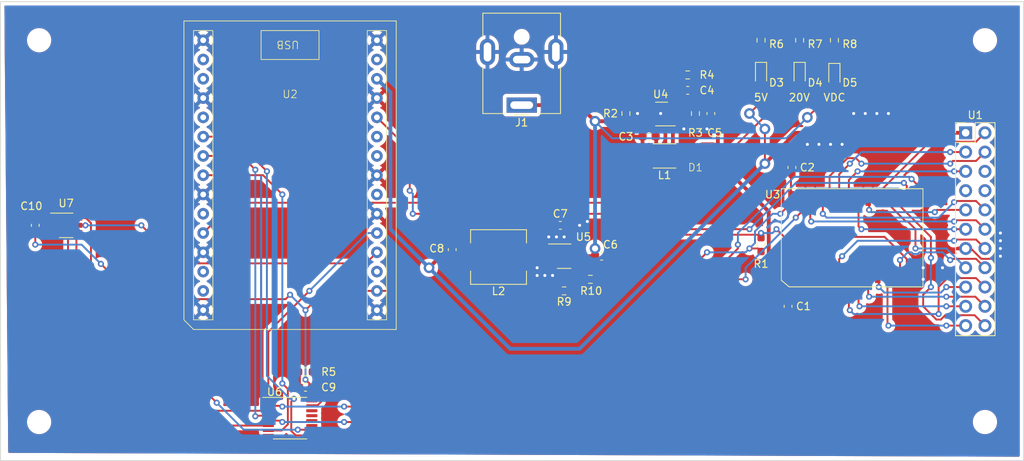
<source format=kicad_pcb>
(kicad_pcb (version 20221018) (generator pcbnew)

  (general
    (thickness 1.6)
  )

  (paper "A4")
  (layers
    (0 "F.Cu" signal)
    (31 "B.Cu" signal)
    (32 "B.Adhes" user "B.Adhesive")
    (33 "F.Adhes" user "F.Adhesive")
    (34 "B.Paste" user)
    (35 "F.Paste" user)
    (36 "B.SilkS" user "B.Silkscreen")
    (37 "F.SilkS" user "F.Silkscreen")
    (38 "B.Mask" user)
    (39 "F.Mask" user)
    (40 "Dwgs.User" user "User.Drawings")
    (41 "Cmts.User" user "User.Comments")
    (42 "Eco1.User" user "User.Eco1")
    (43 "Eco2.User" user "User.Eco2")
    (44 "Edge.Cuts" user)
    (45 "Margin" user)
    (46 "B.CrtYd" user "B.Courtyard")
    (47 "F.CrtYd" user "F.Courtyard")
    (48 "B.Fab" user)
    (49 "F.Fab" user)
    (50 "User.1" user)
    (51 "User.2" user)
    (52 "User.3" user)
    (53 "User.4" user)
    (54 "User.5" user)
    (55 "User.6" user)
    (56 "User.7" user)
    (57 "User.8" user)
    (58 "User.9" user)
  )

  (setup
    (stackup
      (layer "F.SilkS" (type "Top Silk Screen"))
      (layer "F.Paste" (type "Top Solder Paste"))
      (layer "F.Mask" (type "Top Solder Mask") (thickness 0.01))
      (layer "F.Cu" (type "copper") (thickness 0.035))
      (layer "dielectric 1" (type "core") (thickness 1.51) (material "FR4") (epsilon_r 4.5) (loss_tangent 0.02))
      (layer "B.Cu" (type "copper") (thickness 0.035))
      (layer "B.Mask" (type "Bottom Solder Mask") (thickness 0.01))
      (layer "B.Paste" (type "Bottom Solder Paste"))
      (layer "B.SilkS" (type "Bottom Silk Screen"))
      (copper_finish "None")
      (dielectric_constraints no)
    )
    (pad_to_mask_clearance 0)
    (pcbplotparams
      (layerselection 0x00010fc_ffffffff)
      (plot_on_all_layers_selection 0x0000000_00000000)
      (disableapertmacros false)
      (usegerberextensions true)
      (usegerberattributes false)
      (usegerberadvancedattributes false)
      (creategerberjobfile false)
      (dashed_line_dash_ratio 12.000000)
      (dashed_line_gap_ratio 3.000000)
      (svgprecision 4)
      (plotframeref false)
      (viasonmask false)
      (mode 1)
      (useauxorigin false)
      (hpglpennumber 1)
      (hpglpenspeed 20)
      (hpglpendiameter 15.000000)
      (dxfpolygonmode true)
      (dxfimperialunits true)
      (dxfusepcbnewfont true)
      (psnegative false)
      (psa4output false)
      (plotreference true)
      (plotvalue false)
      (plotinvisibletext false)
      (sketchpadsonfab false)
      (subtractmaskfromsilk true)
      (outputformat 1)
      (mirror false)
      (drillshape 0)
      (scaleselection 1)
      (outputdirectory "outputs/")
    )
  )

  (net 0 "")
  (net 1 "+24V")
  (net 2 "GND")
  (net 3 "+3V3")
  (net 4 "VDC")
  (net 5 "Net-(U4-FB)")
  (net 6 "Net-(U5-CB)")
  (net 7 "Net-(U5-SW)")
  (net 8 "+5V")
  (net 9 "Net-(D1-A)")
  (net 10 "/BLANK")
  (net 11 "Net-(U4-EN)")
  (net 12 "Net-(U6-EN)")
  (net 13 "/DOT")
  (net 14 "/D")
  (net 15 "/C")
  (net 16 "/E")
  (net 17 "unconnected-(U1-NC-Pad6)")
  (net 18 "unconnected-(U1-NC-Pad7)")
  (net 19 "unconnected-(U1-NC-Pad8)")
  (net 20 "/G")
  (net 21 "/B")
  (net 22 "/F")
  (net 23 "/A")
  (net 24 "/GRID8")
  (net 25 "/GRID0")
  (net 26 "/GRID2")
  (net 27 "/GRID4")
  (net 28 "/GRID7")
  (net 29 "/GRID6")
  (net 30 "/GRID5")
  (net 31 "/GRID3")
  (net 32 "/GRID1")
  (net 33 "unconnected-(U2-RST-Pad4)")
  (net 34 "unconnected-(U2-GPIO4,ADC1_CH4,FSPIHD,MTMS-Pad6)")
  (net 35 "/SPI_MISO")
  (net 36 "/SPI_SCLK")
  (net 37 "/SPI_MOSI")
  (net 38 "unconnected-(U2-GPIO8,RGB-Pad11)")
  (net 39 "/LATCH")
  (net 40 "unconnected-(U2-GPIO0,ADC1_CH0,XTAL_32K_P-Pad17)")
  (net 41 "unconnected-(U2-GPIO1,ADC1_CH1,XTAL_32K_N-Pad18)")
  (net 42 "/TMP_CS")
  (net 43 "Net-(U2-GPIO3,ADC1_CH3)")
  (net 44 "unconnected-(U2-GPIO20,U0RXD,RX-Pad24)")
  (net 45 "unconnected-(U2-GPIO21,U0TXD,TX-Pad25)")
  (net 46 "unconnected-(U2-GPIO18-Pad27)")
  (net 47 "unconnected-(U2-GPIO19-Pad28)")
  (net 48 "unconnected-(U3-DOUT-Pad2)")
  (net 49 "unconnected-(U3-OUT19-Pad3)")
  (net 50 "unconnected-(U3-OUT18-Pad4)")
  (net 51 "unconnected-(U3-OUT17-Pad5)")
  (net 52 "/SPI_A_SCLK")
  (net 53 "/SPI_A_MOSI")
  (net 54 "Net-(U5-FB)")
  (net 55 "/SPI_B_SCLK")
  (net 56 "/SPI_B_MOSI")
  (net 57 "/SPI_B_MISO")
  (net 58 "unconnected-(U6-S3A-Pad11)")
  (net 59 "unconnected-(U6-D4-Pad12)")
  (net 60 "unconnected-(U6-S4B-Pad13)")
  (net 61 "unconnected-(U6-S4A-Pad14)")
  (net 62 "Net-(D3-K)")
  (net 63 "Net-(D4-K)")
  (net 64 "Net-(D5-K)")

  (footprint "Resistor_SMD:R_0603_1608Metric_Pad0.98x0.95mm_HandSolder" (layer "F.Cu") (at 106.68 49.784 90))

  (footprint "Capacitor_SMD:C_0603_1608Metric_Pad1.08x0.95mm_HandSolder" (layer "F.Cu") (at 88.9 64.516 180))

  (footprint "Capacitor_SMD:C_0603_1608Metric_Pad1.08x0.95mm_HandSolder" (layer "F.Cu") (at 19.812 64.516 -90))

  (footprint "Capacitor_SMD:C_0603_1608Metric_Pad1.08x0.95mm_HandSolder" (layer "F.Cu") (at 105.664 46.736))

  (footprint "Capacitor_SMD:C_0603_1608Metric_Pad1.08x0.95mm_HandSolder" (layer "F.Cu") (at 94.3345 68.58))

  (footprint "Resistor_SMD:R_0603_1608Metric_Pad0.98x0.95mm_HandSolder" (layer "F.Cu") (at 92.8605 71.628))

  (footprint "Capacitor_SMD:C_0603_1608Metric_Pad1.08x0.95mm_HandSolder" (layer "F.Cu") (at 118.872 75.184 -90))

  (footprint "esp-clock:esp32c3_devkit_minim1" (layer "F.Cu") (at 53.34 57.912 90))

  (footprint "MountingHole:MountingHole_2.7mm_M2.5" (layer "F.Cu") (at 20.32 40.132))

  (footprint "Resistor_SMD:R_0603_1608Metric_Pad0.98x0.95mm_HandSolder" (layer "F.Cu") (at 120.396 40.132 -90))

  (footprint "Package_TO_SOT_SMD:SOT-23-6_Handsoldering" (layer "F.Cu") (at 23.876 64.516))

  (footprint "Inductor_SMD:L_Taiyo-Yuden_MD-3030" (layer "F.Cu") (at 102.616 55.372))

  (footprint "Package_TO_SOT_SMD:SOT-23-5" (layer "F.Cu") (at 102.2295 49.85 180))

  (footprint "Capacitor_SMD:C_0603_1608Metric_Pad1.08x0.95mm_HandSolder" (layer "F.Cu") (at 55.372 85.852 180))

  (footprint "Resistor_SMD:R_0603_1608Metric_Pad0.98x0.95mm_HandSolder" (layer "F.Cu") (at 115.316 67.056 -90))

  (footprint "Capacitor_SMD:C_0603_1608Metric_Pad1.08x0.95mm_HandSolder" (layer "F.Cu") (at 119.38 56.896 90))

  (footprint "LED_SMD:LED_0603_1608Metric_Pad1.05x0.95mm_HandSolder" (layer "F.Cu") (at 124.968 44.845 -90))

  (footprint "Capacitor_SMD:C_0603_1608Metric_Pad1.08x0.95mm_HandSolder" (layer "F.Cu") (at 100.584 52.832 180))

  (footprint "Connector_PinHeader_2.54mm:PinHeader_2x11_P2.54mm_Vertical" (layer "F.Cu") (at 142.24 52.324))

  (footprint "Resistor_SMD:R_0603_1608Metric_Pad0.98x0.95mm_HandSolder" (layer "F.Cu") (at 124.968 40.132 -90))

  (footprint "Capacitor_SMD:C_0603_1608Metric_Pad1.08x0.95mm_HandSolder" (layer "F.Cu") (at 74.676 67.7175 90))

  (footprint "Resistor_SMD:R_0603_1608Metric_Pad0.98x0.95mm_HandSolder" (layer "F.Cu") (at 97.536 49.784 90))

  (footprint "LED_SMD:LED_0603_1608Metric_Pad1.05x0.95mm_HandSolder" (layer "F.Cu") (at 120.396 44.704 -90))

  (footprint "LED_SMD:LED_0603_1608Metric_Pad1.05x0.95mm_HandSolder" (layer "F.Cu") (at 115.316 44.704 -90))

  (footprint "esp-clock:WSO-28" (layer "F.Cu") (at 127.508 66.04))

  (footprint "MountingHole:MountingHole_2.7mm_M2.5" (layer "F.Cu") (at 20.32 90.424))

  (footprint "Resistor_SMD:R_0603_1608Metric_Pad0.98x0.95mm_HandSolder" (layer "F.Cu") (at 105.664 44.704 180))

  (footprint "Capacitor_SMD:C_0603_1608Metric_Pad1.08x0.95mm_HandSolder" (layer "F.Cu") (at 108.712 49.784 90))

  (footprint "Resistor_SMD:R_0603_1608Metric_Pad0.98x0.95mm_HandSolder" (layer "F.Cu") (at 89.408 73.152 180))

  (footprint "esp-clock:D_DO216AA" (layer "F.Cu") (at 105.9485 54.864 180))

  (footprint "MountingHole:MountingHole_2.7mm_M2.5" (layer "F.Cu") (at 144.78 90.424))

  (footprint "Connector_BarrelJack:BarrelJack_CUI_PJ-063AH_Horizontal" (layer "F.Cu") (at 83.82 48.68 180))

  (footprint "Package_TO_SOT_SMD:SOT-23-6_Handsoldering" (layer "F.Cu") (at 89.408 68.58))

  (footprint "Inductor_SMD:L_Wuerth_HCM-7050" (layer "F.Cu") (at 80.772 68.69 180))

  (footprint "Package_SO:TSSOP-16_4.4x5mm_P0.65mm" (layer "F.Cu") (at 53.34 89.916))

  (footprint "MountingHole:MountingHole_2.7mm_M2.5" (layer "F.Cu") (at 144.78 40.132))

  (footprint "Resistor_SMD:R_0603_1608Metric_Pad0.98x0.95mm_HandSolder" (layer "F.Cu") (at 115.316 40.132 -90))

  (footprint "Resistor_SMD:R_0603_1608Metric_Pad0.98x0.95mm_HandSolder" (layer "F.Cu") (at 55.372 83.82 180))

  (gr_rect (start 15.24 35.052) (end 149.86 95.504)
    (stroke (width 0.1) (type default)) (fill none) (layer "Edge.Cuts") (tstamp 61fe6ac8-2578-4a6a-a37c-f1c2c899773a))
  (gr_text "5V" (at 114.3 48.26) (layer "F.SilkS") (tstamp 1d916d4b-17a3-4e79-87e6-f8c59b55a126)
    (effects (font (size 1 1) (thickness 0.15)) (justify left bottom))
  )
  (gr_text "VDC" (at 123.444 48.26) (layer "F.SilkS") (tstamp 305fca97-54bf-4e4e-8135-8b30ea50425d)
    (effects (font (size 1 1) (thickness 0.15)) (justify left bottom))
  )
  (gr_text "20V" (at 118.872 48.26) (layer "F.SilkS") (tstamp 5fcec353-3954-49ef-b82d-dc595060757c)
    (effects (font (size 1 1) (thickness 0.15)) (justify left bottom))
  )

  (segment (start 108.712 48.9215) (end 106.73 48.9215) (width 0.5) (layer "F.Cu") (net 1) (tstamp 08cd0294-855e-4dc0-b2b7-3a62eb214276))
  (segment (start 108.712 48.9215) (end 109.637 49.8465) (width 0.5) (layer "F.Cu") (net 1) (tstamp 0aec06c9-7969-4fd6-a78c-ec78750bf606))
  (segment (start 116.332 73.152) (end 117.5015 74.3215) (width 0.5) (layer "F.Cu") (net 1) (tstamp 0ce19c35-1e6c-43d6-8f33-bb400d27cb33))
  (segment (start 118.872 74.3215) (end 118.872 71.501) (width 0.5) (layer "F.Cu") (net 1) (tstamp 16355e81-0d1d-4d06-aea5-e9f4a8dd86d1))
  (segment (start 109.637 49.8465) (end 109.637 53.7155) (width 0.5) (layer "F.Cu") (net 1) (tstamp 2db96dc3-42a5-43d4-b4d3-c3c6a286d532))
  (segment (start 117.5015 74.3215) (end 118.872 74.3215) (width 0.5) (layer "F.Cu") (net 1) (tstamp 4d57dc34-4fb8-4d1a-9745-7af5d02cd95d))
  (segment (start 108.3035 54.864) (end 111.111 54.864) (width 0.25) (layer "F.Cu") (net 1) (tstamp 56688d8a-fd69-4aac-bace-962898ce42e5))
  (segment (start 109.637 53.7155) (end 108.4885 54.864) (width 0.5) (layer "F.Cu") (net 1) (tstamp 791ea23a-6a4c-4aa6-8b3a-415b5d975274))
  (segment (start 106.68 48.8715) (end 106.68 46.8895) (width 0.5) (layer "F.Cu") (net 1) (tstamp 80e6c99e-27bc-47da-bf62-9e6f33e294c1))
  (segment (start 118.872 71.501) (end 119.253 71.12) (width 0.5) (layer "F.Cu") (net 1) (tstamp 9e79c359-a5d8-490f-8334-fdee3a57cc3d))
  (segment (start 111.111 54.864) (end 120.396 45.579) (width 0.25) (layer "F.Cu") (net 1) (tstamp a6a771b4-348b-47cf-b8ec-bf433b445165))
  (segment (start 116.332 62.7075) (end 116.332 73.152) (width 0.5) (layer "F.Cu") (net 1) (tstamp bb7e7a3d-dde5-455c-889e-4a572e5dd010))
  (segment (start 106.68 46.8895) (end 106.5265 46.736) (width 0.5) (layer "F.Cu") (net 1) (tstamp eb9239ff-5992-4932-8cbc-4f607d9a3a78))
  (segment (start 106.73 48.9215) (end 106.68 48.8715) (width 0.5) (layer "F.Cu") (net 1) (tstamp f20a0b7a-889f-44b3-b12d-b3eac0fc5df3))
  (segment (start 108.4885 54.864) (end 116.332 62.7075) (width 0.5) (layer "F.Cu") (net 1) (tstamp fee549a5-1219-4a8b-a762-8509b3c7b485))
  (segment (start 144.293299 68.929) (end 146.463 68.929) (width 0.25) (layer "F.Cu") (net 2) (tstamp 05536768-1281-4c41-9a40-42d2773c902e))
  (segment (start 142.928299 67.564) (end 144.293299 68.929) (width 0.25) (layer "F.Cu") (net 2) (tstamp 0eb55216-3202-4cef-a4f9-c478df5eb8c3))
  (segment (start 139.192 70.104) (end 139.192 68.072) (width 0.25) (layer "F.Cu") (net 2) (tstamp 1c630dee-9da4-4d71-a776-166557b959e4))
  (segment (start 108.204 51.816) (end 108.712 51.308) (width 0.5) (layer "F.Cu") (net 2) (tstamp 2f6ad461-f2ad-4df1-bc0a-bb1078fb9c24))
  (segment (start 49.541 92.191) (end 50.4775 92.191) (width 0.25) (layer "F.Cu") (net 2) (tstamp 3c133065-4121-4a32-af4a-8eaabb7d108d))
  (segment (start 146.463 68.929) (end 146.812 68.58) (width 0.25) (layer "F.Cu") (net 2) (tstamp 632b2975-4fee-463d-b531-00deade117cb))
  (segment (start 142.24 67.564) (end 142.928299 67.564) (width 0.25) (layer "F.Cu") (net 2) (tstamp 715812e3-7afc-4346-bc59-86799f902f77))
  (segment (start 108.712 51.308) (end 108.712 50.6465) (width 0.5) (layer "F.Cu") (net 2) (tstamp a7871518-2d89-4488-84f0-07bf23d01b8b))
  (segment (start 54.5095 85.852) (end 54.5095 83.87) (width 0.5) (layer "F.Cu") (net 2) (tstamp b7d89fa5-dacf-43c4-a267-002220b68b3f))
  (segment (start 139.7 67.564) (end 142.24 67.564) (width 0.25) (layer "F.Cu") (net 2) (tstamp c1651a87-311a-4c33-8882-6eaa285561e0))
  (segment (start 54.5095 83.87) (end 54.4595 83.82) (width 0.5) (layer "F.Cu") (net 2) (tstamp c29b56dc-57c8-409e-8c83-0adbc2b570f9))
  (segment (start 139.192 68.072) (end 139.7 67.564) (width 0.25) (layer "F.Cu") (net 2) (tstamp d2e09474-b37d-4967-b035-060c6640e4c5))
  (segment (start 49.541 92.191) (end 49.276 92.456) (width 0.25) (layer "F.Cu") (net 2) (tstamp ece879ee-c690-457d-a1b4-9813cb5b85d3))
  (via (at 136.652 70.104) (size 0.8) (drill 0.4) (layers "F.Cu" "B.Cu") (free) (net 2) (tstamp 01e89786-26ac-4709-af3c-3c33b1575b4f))
  (via (at 125.984 53.848) (size 0.8) (drill 0.4) (layers "F.Cu" "B.Cu") (free) (net 2) (tstamp 19f12309-78b9-4b5b-8b0e-bc97d008fc2c))
  (via (at 129.032 49.784) (size 0.8) (drill 0.4) (layers "F.Cu" "B.Cu") (free) (net 2) (tstamp 2a56e347-54dd-486c-95ab-ee4b69875260))
  (via (at 87.376 66.04) (size 0.8) (drill 0.4) (layers "F.Cu" "B.Cu") (free) (net 2) (tstamp 2b1469a1-c2c3-4764-ac14-a04a73426300))
  (via (at 85.852 70.104) (size 0.8) (drill 0.4) (layers "F.Cu" "B.Cu") (free) (net 2) (tstamp 33548ae4-bae3-4719-8d2b-550498399c92))
  (via (at 86.868 71.12) (size 0.8) (drill 0.4) (layers "F.Cu" "B.Cu") (free) (net 2) (tstamp 37461fe6-09b6-49be-b8a0-31af494904c5))
  (via (at 105.156 51.816) (size 0.8) (drill 0.4) (layers "F.Cu" "B.Cu") (free) (net 2) (tstamp 3a6c8ada-d8f7-4c54-84df-80e832f165a4))
  (via (at 122.936 53.848) (size 0.8) (drill 0.4) (layers "F.Cu" "B.Cu") (free) (net 2) (tstamp 3b84baeb-4939-402a-ac06-872ab47d9ec4))
  (via (at 87.884 71.12) (size 0.8) (drill 0.4) (layers "F.Cu" "B.Cu") (free) (net 2) (tstamp 47fc883e-a76c-41dd-8168-90cad246b50a))
  (via (at 139.192 70.104) (size 0.8) (drill 0.4) (layers "F.Cu" "B.Cu") (free) (net 2) (tstamp 4ecaf62c-2722-4a3a-ae2f-325055aa7788))
  (via (at 146.812 66.548) (size 0.8) (drill 0.4) (layers "F.Cu" "B.Cu") (free) (net 2) (tstamp 580803e3-31ca-460b-969d-883fda9ff0ba))
  (via (at 146.812 68.58) (size 0.8) (drill 0.4) (layers "F.Cu" "B.Cu") (net 2) (tstamp 60453029-4840-4c49-b2ae-673ed23f2dd0))
  (via (at 92.456 64.008) (size 0.8) (drill 0.4) (layers "F.Cu" "B.Cu") (free) (net 2) (tstamp 6906343f-1fec-45f3-9df9-dede0a6629b4))
  (via (at 99.06 49.784) (size 0.8) (drill 0.4) (layers "F.Cu" "B.Cu") (free) (net 2) (tstamp 6faee457-5dc2-424f-a40b-4dfdea54648e))
  (via (at 132.08 49.784) (size 0.8) (drill 0.4) (layers "F.Cu" "B.Cu") (free) (net 2) (tstamp 76ce8437-28ec-4d0f-8e91-2c3ce84154b0))
  (via (at 121.412 53.848) (size 0.8) (drill 0.4) (layers "F.Cu" "B.Cu") (free) (net 2) (tstamp 7d5789a8-7e44-47bd-b425-b4ce542de80a))
  (via (at 130.556 49.784) (size 0.8) (drill 0.4) (layers "F.Cu" "B.Cu") (free) (net 2) (tstamp 80e67168-56e7-4a9f-990e-c2f38c45fa5e))
  (via (at 102.108 49.784) (size 0.8) (drill 0.4) (layers "F.Cu" "B.Cu") (free) (net 2) (tstamp 96bdcade-d79e-4bf3-946f-21f5d2da310f))
  (via (at 127.508 49.784) (size 0.8) (drill 0.4) (layers "F.Cu" "B.Cu") (free) (net 2) (tstamp 97628f1f-039a-4de0-8cde-e6a1175b5478))
  (via (at 146.812 67.564) (size 0.8) (drill 0.4) (layers "F.Cu" "B.Cu") (free) (net 2) (tstamp b0d4540a-0edf-41a5-ad60-78bd6acf21a0))
  (via (at 91.44 64.516) (size 0.8) (drill 0.4) (layers "F.Cu" "B.Cu") (free) (net 2) (tstamp b4375c79-6be5-4a1c-bfe9-5468e68b3873))
  (via (at 124.46 53.848) (size 0.8) (drill 0.4) (layers "F.Cu" "B.Cu") (free) (net 2) (tstamp b9537aa7-669c-45e2-97a4-737bad3a192c))
  (via (at 136.652 71.628) (size 0.8) (drill 0.4) (layers "F.Cu" "B.Cu") (free) (net 2) (tstamp c7f392ef-9661-4a93-9547-dcf073cc78e1))
  (via (at 108.204 51.816) (size 0.8) (drill 0.4) (layers "F.Cu" "B.Cu") (net 2) (tstamp cd130ad8-8fe4-4f86-ada1-8592338f8c01))
  (via (at 85.852 71.12) (size 0.8) (drill 0.4) (layers "F.Cu" "B.Cu") (free) (net 2) (tstamp e10a00f5-d882-4ee6-8664-f1e8e9ba38df))
  (via (at 89.408 66.04) (size 0.8) (drill 0.4) (layers "F.Cu" "B.Cu") (free) (net 2) (tstamp e7678e2f-8a65-4e0d-82fd-aec31ad3b19b))
  (via (at 146.812 65.532) (size 0.8) (drill 0.4) (layers "F.Cu" "B.Cu") (free) (net 2) (tstamp e8883787-9a78-4610-bf10-150fd605b596))
  (via (at 88.392 66.04) (size 0.8) (drill 0.4) (layers "F.Cu" "B.Cu") (free) (net 2) (tstamp fbed4631-c46a-4111-b05b-3952bddb41f1))
  (segment (start 56.2345 87.609) (end 56.2025 87.641) (width 0.25) (layer "F.Cu") (net 3) (tstamp 1cf32c1f-a0b6-4be2-a1d6-6d5826cf8720))
  (segment (start 113.792 67.564) (end 114.9115 67.564) (width 0.25) (layer "F.Cu") (net 3) (tstamp 38c61085-fe65-4048-a59c-bbac454c3c60))
  (segment (start 119.253 57.8855) (end 119.253 60.96) (width 0.25) (layer "F.Cu") (net 3) (tstamp 3a9a4e42-c3b3-40af-a502-1822752652f5))
  (segment (start 64.77 73.152) (end 72.644 73.152) (width 0.25) (layer "F.Cu") (net 3) (tstamp 3f52bf6a-6af9-469c-b74e-711e51f89893))
  (segment (start 119.253 60.96) (end 119.253 61.595) (width 0.25) (layer "F.Cu") (net 3) (tstamp 4324012a-0ac1-42dd-a7b6-0dc613d09329))
  (segment (start 56.2345 85.852) (end 56.2345 85.6985) (width 0.25) (layer "F.Cu") (net 3) (tstamp 4dc48d48-7e35-4ba0-9842-646df072fc57))
  (segment (start 55.372 75.692) (end 57.912 73.152) (width 0.25) (layer "F.Cu") (net 3) (tstamp 553d6904-dde0-464b-9ded-f554a8a5382e))
  (segment (start 57.912 73.152) (end 64.77 73.152) (width 0.25) (layer "F.Cu") (net 3) (tstamp 5e317b41-9550-4028-be9a-5b0579cbcf74))
  (segment (start 19.812 65.3785) (end 19.8995 65.466) (width 0.25) (layer "F.Cu") (net 3) (tstamp 6113ab0a-a699-4867-8e29-6cad64ea8255))
  (segment (start 119.253 61.595) (end 117.856 62.992) (width 0.25) (layer "F.Cu") (net 3) (tstamp 6501e76a-88cd-4923-bf0e-09fad6eecf09))
  (segment (start 56.2345 85.852) (end 56.2345 87.609) (width 0.25) (layer "F.Cu") (net 3) (tstamp 7e93ae2c-80b7-4d2f-a7b1-420e5d41699f))
  (segment (start 81.788 82.296) (end 93.98 82.296) (width 0.25) (layer "F.Cu") (net 3) (tstamp 7f8ca806-2407-4281-8143-05990a65d867))
  (segment (start 114.9115 67.564) (end 115.316 67.9685) (width 0.25) (layer "F.Cu") (net 3) (tstamp 99aa517e-51bc-43a2-9077-117abb36dc29))
  (segment (start 53.34 73.66) (end 52.761 74.239) (width 0.25) (layer "F.Cu") (net 3) (tstamp 9f9d5e18-5209-4271-8651-82782679ea7b))
  (segment (start 93.98 82.296) (end 108.204 68.072) (width 0.25) (layer "F.Cu") (net 3) (tstamp b03d59df-ebc7-4e00-bb8a-b018d7fc2aa7))
  (segment (start 33.091 74.239) (end 28.448 69.596) (width 0.25) (layer "F.Cu") (net 3) (tstamp b591cf44-ac7f-46d3-87c6-22ca50010e26))
  (segment (start 56.2345 85.6985) (end 55.372 84.836) (width 0.25) (layer "F.Cu") (net 3) (tstamp b6d03706-7dbe-4fe2-b326-0da86be405f8))
  (segment (start 119.38 57.7585) (end 119.253 57.8855) (width 0.25) (layer "F.Cu") (net 3) (tstamp c039d406-2e67-40d2-aa02-8585516a4122))
  (segment (start 19.8995 65.466) (end 22.526 65.466) (width 0.25) (layer "F.Cu") (net 3) (tstamp cad70fb2-1c7c-463d-8bff-94fd8d1dc80a))
  (segment (start 19.812 67.056) (end 19.812 65.3785) (width 0.25) (layer "F.Cu") (net 3) (tstamp d6d7bb09-43a3-4759-8824-f84d54edaff6))
  (segment (start 72.644 73.152) (end 81.788 82.296) (width 0.25) (layer "F.Cu") (net 3) (tstamp dacd1b94-3b8f-49c2-80ba-246cc387b640))
  (segment (start 52.761 74.239) (end 33.091 74.239) (width 0.25) (layer "F.Cu") (net 3) (tstamp ea2924ff-2604-4126-a28d-65b1e02ee519))
  (via (at 19.812 67.056) (size 0.8) (drill 0.4) (layers "F.Cu" "B.Cu") (net 3) (tstamp 3bce4c4a-193b-4ee0-b5e9-fccf3bc1080f))
  (via (at 55.372 84.836) (size 0.8) (drill 0.4) (layers "F.Cu" "B.Cu") (net 3) (tstamp 74d5858e-50d9-4b55-93cc-47ef24bd839d))
  (via (at 55.372 75.692) (size 0.8) (drill 0.4) (layers "F.Cu" "B.Cu") (net 3) (tstamp 76c6748b-3b93-4298-8f36-41d480c15bfe))
  (via (at 53.34 73.66) (size 0.8) (drill 0.4) (layers "F.Cu" "B.Cu") (net 3) (tstamp b64a187b-0b17-4693-b58e-7f791ae69416))
  (via (at 113.792 67.564) (size 0.8) (drill 0.4) (layers "F.Cu" "B.Cu") (net 3) (tstamp b9f9fe03-cf8f-426c-ba1d-6d9dea3fe433))
  (via (at 117.856 62.992) (size 0.8) (drill 0.4) (layers "F.Cu" "B.Cu") (net 3) (tstamp bb125702-96e7-4828-8294-3a9d1e32f599))
  (via (at 28.448 69.596) (size 0.8) (drill 0.4) (layers "F.Cu" "B.Cu") (net 3) (tstamp dd5a0366-8674-4280-a02f-e63f413dac22))
  (via (at 108.204 68.072) (size 0.8) (drill 0.4) (layers "F.Cu" "B.Cu") (net 3) (tstamp f1fbbcdc-9feb-4ced-86b9-0e819bddc5d1))
  (segment (start 113.284 68.072) (end 113.792 67.564) (width 0.25) (layer "B.Cu") (net 3) (tstamp 158cf1c6-2785-4ec9-ab9d-1a5624e62d48))
  (segment (start 114.517 66.839) (end 113.792 67.564) (width 0.25) (layer "B.Cu") (net 3) (tstamp 2354630e-065d-4168-b931-369150434b73))
  (segment (start 114.517 65.305695) (end 114.517 66.839) (width 0.25) (layer "B.Cu") (net 3) (tstamp 3426158d-3bb0-4c8a-8d94-e5471af20fa8))
  (segment (start 117.856 62.992) (end 116.830695 62.992) (width 0.25) (layer "B.Cu") (net 3) (tstamp 3be5f0ab-d478-4830-813c-a3907db86c03))
  (segment (start 108.204 68.072) (end 113.284 68.072) (width 0.25) (layer "B.Cu") (net 3) (tstamp 6a8bcf7d-a491-4088-846f-59898341e92f))
  (segment (start 116.830695 62.992) (end 114.517 65.305695) (width 0.25) (layer "B.Cu") (net 3) (tstamp 76062577-2283-46e1-9db1-92aa3de128d3))
  (segment (start 25.908 67.056) (end 19.812 67.056) (width 0.25) (layer "B.Cu") (net 3) (tstamp b447a80e-6ff5-4361-aa97-5fdc5fa3487c))
  (segment (start 28.448 69.596) (end 25.908 67.056) (width 0.25) (layer "B.Cu") (net 3) (tstamp dd0bc76e-896a-48ed-8fa5-733f971307b7))
  (segment (start 55.372 75.692) (end 53.34 73.66) (width 0.25) (layer "B.Cu") (net 3) (tstamp e0836387-5aec-4cb6-bb30-22179930b198))
  (segment (start 55.372 84.836) (end 55.372 75.692) (width 0.25) (layer "B.Cu") (net 3) (tstamp f96364e6-5b83-4cc2-8ed2-d1398feac90f))
  (segment (start 93.472 50.8) (end 101.092 50.8) (width 0.5) (layer "F.Cu") (net 4) (tstamp 01fab1af-769a-4470-97ed-fa74888d3c26))
  (segment (start 89.088 69.53) (end 90.038 68.58) (width 0.25) (layer "F.Cu") (net 4) (tstamp 2eeefac7-d4c2-40fa-8d99-c149e260dd03))
  (segment (start 124.968 46.736) (end 124.968 45.72) (width 0.25) (layer "F.Cu") (net 4) (tstamp 3a166cfe-4cd5-41bf-a241-e8b0035c22d1))
  (segment (start 91.352 48.68) (end 93.472 50.8) (width 0.5) (layer "F.Cu") (net 4) (tstamp 66e37d97-9c19-41bf-9d52-eb52a1606dfc))
  (segment (start 101.516 51.224) (end 101.516 51.816) (width 0.5) (layer "F.Cu") (net 4) (tstamp 704c3a92-5bc2-4a7f-83de-3f15a3320b72))
  (segment (start 121.412 50.292) (end 124.968 46.736) (width 0.25) (layer "F.Cu") (net 4) (tstamp 71df9208-0294-4c7c-8f01-e82d943ba7f8))
  (segment (start 101.092 50.8) (end 101.516 51.224) (width 0.5) (layer "F.Cu") (net 4) (tstamp 7a68183d-2db3-434c-9d86-79d411552684))
  (segment (start 101.516 54.864) (end 101.516 51.816) (width 0.25) (layer "F.Cu") (net 4) (tstamp 7b323cf6-70ec-4cfe-aed9-3e7df744ddd8))
  (segment (start 90.038 68.58) (end 90.758 68.58) (width 0.25) (layer "F.Cu") (net 4) (tstamp 9a828f6b-36d8-4933-b596-ce8d246e0ba9))
  (segment (start 93.472 67.564) (end 93.472 68.58) (width 0.5) (layer "F.Cu") (net 4) (tstamp ae79d4fa-ad94-4203-8cca-a5dda16700a0))
  (segment (start 88.058 69.53) (end 89.088 69.53) (width 0.25) (layer "F.Cu") (net 4) (tstamp b847ea9a-e0b6-460e-9e21-e22cc92e9f29))
  (segment (start 101.092 50.8) (end 97.6395 50.8) (width 0.25) (layer "F.Cu") (net 4) (tstamp c5d78676-225f-40b8-a946-343b7042c7b1))
  (segment (start 97.6395 50.8) (end 97.536 50.6965) (width 0.25) (layer "F.Cu") (net 4) (tstamp c885b8fd-2f62-40fd-894f-4eab1ce56ef8))
  (segment (start 93.472 68.58) (end 90.758 68.58) (width 0.5) (layer "F.Cu") (net 4) (tstamp ceefd1dc-686a-4cb3-8f9c-957599c06a72))
  (segment (start 83.82 48.68) (end 91.352 48.68) (width 0.5) (layer "F.Cu") (net 4) (tstamp cfa59a98-ed62-4006-9cba-f64c830e5339))
  (segment (start 101.516 51.816) (end 101.516 55.372) (width 0.5) (layer "F.Cu") (net 4) (tstamp d27edfb3-0239-4595-874a-6915b27c9204))
  (via (at 93.472 67.564) (size 1.4) (drill 0.8) (layers "F.Cu" "B.Cu") (net 4) (tstamp 26f475c2-bd0b-4f26-8321-3598f92c2980))
  (via (at 121.412 50.292) (size 1.4) (drill 0.8) (layers "F.Cu" "B.Cu") (net 4) (tstamp d2af1a6d-6d0a-4a52-aec5-c46368770d60))
  (via (at 93.472 50.8) (size 1.4) (drill 0.8) (layers "F.Cu" "B.Cu") (net 4) (tstamp f207d508-e553-4723-8ae3-e1fd8c2843b1))
  (segment (start 95.721 53.049) (end 93.472 50.8) (width 0.25) (layer "B.Cu") (net 4) (tstamp 76e9e5c4-282c-4e53-a3de-bcf89ba21e99))
  (segment (start 121.412 50.292) (end 118.655 53.049) (width 0.25) (layer "B.Cu") (net 4) (tstamp c3ea2dc7-da52-4b17-91a5-2dfdd56ee689))
  (segment (start 118.655 53.049) (end 95.721 53.049) (width 0.25) (layer "B.Cu") (net 4) (tstamp d041b8e7-701d-42fb-bd0d-31337df784cc))
  (segment (start 93.472 50.8) (end 93.472 67.564) (width 0.5) (layer "B.Cu") (net 4) (tstamp ddb01aef-85d5-4aa6-b78f-aec97573a2b9))
  (segment (start 104.8015 46.736) (end 104.8015 44.754) (width 0.25) (layer "F.Cu") (net 5) (tstamp 5e0b442f-0dc1-4743-bf66-dd3907be85ca))
  (segment (start 104.8015 44.754) (end 104.7515 44.704) (width 0.25) (layer "F.Cu") (net 5) (tstamp 657f8820-6173-46fd-8976-8e7eb2dde0d9))
  (segment (start 103.367 48.9) (end 103.367 48.1705) (width 0.25) (layer "F.Cu") (net 5) (tstamp 8f51a2c2-1f2d-447e-8757-0d904a4151cd))
  (segment (start 104.8835 48.9) (end 106.68 50.6965) (width 0.25) (layer "F.Cu") (net 5) (tstamp 9a5160ab-7c5a-448e-98b7-419a73d0dd53))
  (segment (start 103.367 48.1705) (end 104.8015 46.736) (width 0.25) (layer "F.Cu") (net 5) (tstamp f99ad937-e4ee-485a-8937-a87b9fa1d89e))
  (segment (start 103.367 48.9) (end 104.8835 48.9) (width 0.25) (layer "F.Cu") (net 5) (tstamp fe818905-e8ca-4325-9283-cce69ea96016))
  (segment (start 90.758 65.5115) (end 90.758 67.63) (width 0.25) (layer "F.Cu") (net 6) (tstamp 8db3f898-7f8b-47f5-a8cb-9e46838549ca))
  (segment (start 89.7625 64.516) (end 90.758 65.5115) (width 0.25) (layer "F.Cu") (net 6) (tstamp a608225f-1d84-4ff1-a580-3fb3ec846928))
  (segment (start 83.532 68.58) (end 83.422 68.69) (width 0.5) (layer "F.Cu") (net 7) (tstamp 105f1b80-7830-40d2-a6af-01a6be1ec85b))
  (segment (start 85.852 68.072) (end 85.852 65.024) (width 0.25) (layer "F.Cu") (net 7) (tstamp 2ba88c18-8581-4452-8711-f9d06a53a318))
  (segment (start 88.058 68.58) (end 85.344 68.58) (width 0.5) (layer "F.Cu") (net 7) (tstamp 53a22256-105e-40de-bfff-60340fc5e90a))
  (segment (start 85.344 68.58) (end 83.532 68.58) (width 0.5) (layer "F.Cu") (net 7) (tstamp 74577181-9ade-4f6a-bd59-1bf0c0efa3df))
  (segment (start 85.344 68.58) (end 85.852 68.072) (width 0.25) (layer "F.Cu") (net 7) (tstamp 7dd0da3b-9b6e-4f0a-bde4-fae7751cea67))
  (segment (start 86.36 64.516) (end 88.0375 64.516) (width 0.25) (layer "F.Cu") (net 7) (tstamp a59eb425-6fd2-4fde-aa10-b7e0cbd0ae5b))
  (segment (start 85.852 65.024) (end 86.36 64.516) (width 0.25) (layer "F.Cu") (net 7) (tstamp e755bee2-74d6-4628-b245-0ac51310940b))
  (segment (start 87.4795 74.168) (end 88.4955 73.152) (width 0.25) (layer "F.Cu") (net 8) (tstamp 0d63137e-4308-4eed-9568-6c78bdba706c))
  (segment (start 119.888 52.324) (end 115.824 56.388) (width 0.5) (layer "F.Cu") (net 8) (tstamp 2c529a77-f7af-4e98-9d25-87a20206844b))
  (segment (start 115.316 45.579) (end 115.316 48.26) (width 0.25) (layer "F.Cu") (net 8) (tstamp 3211df8d-5ea6-40d8-b1a3-73c5d88fdab7))
  (segment (start 73.042 68.69) (end 71.628 70.104) (width 0.5) (layer "F.Cu") (net 8) (tstamp 845a1db2-a072-46af-85ee-e01f38bd8405))
  (segment (start 115.824 51.816) (end 115.824 56.388) (width 0.25) (layer "F.Cu") (net 8) (tstamp 8e0f454a-ea27-432a-bbd8-b36d68e7465d))
  (segment (start 75.692 72.136) (end 77.724 74.168) (width 0.25) (layer "F.Cu") (net 8) (tstamp a69dcbef-cc25-4390-86e9-7356c817c4dc))
  (segment (start 75.692 69.596) (end 75.692 72.136) (width 0.25) (layer "F.Cu") (net 8) (tstamp bc2ef409-8823-4308-902f-ed8ea3a7507b))
  (segment (start 77.724 74.168) (end 87.4795 74.168) (width 0.25) (layer "F.Cu") (net 8) (tstamp c3f70014-9658-467a-bcb5-9da18f1492c3))
  (segment (start 78.122 68.69) (end 73.042 68.69) (width 0.5) (layer "F.Cu") (net 8) (tstamp e2ba048f-4d79-467d-9730-4e8a235db8a3))
  (segment (start 74.676 68.58) (end 75.692 69.596) (width 0.25) (layer "F.Cu") (net 8) (tstamp e4113731-4cd1-4dfe-9f36-2600db7d8c54))
  (segment (start 115.316 48.26) (end 113.792 49.784) (width 0.25) (layer "F.Cu") (net 8) (tstamp f1494bc1-f793-4f4b-bb2f-087ce49ee0f9))
  (segment (start 142.24 52.324) (end 119.888 52.324) (width 0.5) (layer "F.Cu") (net 8) (tstamp fa264db0-aaf7-4060-84e7-5318174669d9))
  (via (at 115.824 56.388) (size 1.4) (drill 0.8) (layers "F.Cu" "B.Cu") (net 8) (tstamp 028ee95a-3b3e-4135-a1b4-2ac4a5269832))
  (via (at 71.628 70.104) (size 1.4) (drill 0.8) (layers "F.Cu" "B.Cu") (net 8) (tstamp 95e38384-13ef-45a5-bcfd-9b2f477ffdb5))
  (via (at 115.824 51.816) (size 1.4) (drill 0.8) (layers "F.Cu" "B.Cu") (net 8) (tstamp c281af62-c406-4b9d-8a35-871a87c71d8c))
  (via (at 113.792 49.784) (size 1.4) (drill 0.8) (layers "F.Cu" "B.Cu") (net 8) (tstamp c6a52e20-af16-4504-ad9c-eb1a4478dd0d))
  (segment (start 66.548 65.024) (end 71.628 70.104) (width 0.5) (layer "B.Cu") (net 8) (tstamp 193832e3-d1ff-4ba7-9ec1-0911fa83c033))
  (segment (start 71.628 70.104) (end 82.296 80.772) (width 0.5) (layer "B.Cu") (net 8) (tstamp 284f1935-aed0-4698-a5d3-6abf36ee65d2))
  (segment (start 91.44 80.772) (end 115.824 56.388) (width 0.5) (layer "B.Cu") (net 8) (tstamp 7cff6756-8bb9-4371-8ee9-501d7af955ed))
  (segment (start 66.548 65.024) (end 66.548 46.99) (width 0.5) (layer "B.Cu") (net 8) (tstamp bd2169c0-6f2e-4f6d-9e33-9b3759761da0))
  (segment (start 82.296 80.772) (end 91.44 80.772) (width 0.5) (layer "B.Cu") (net 8) (tstamp bed47056-2d46-482b-94f8-b6182b81aa63))
  (segment (start 113.792 49.784) (end 115.824 51.816) (width 0.25) (layer "B.Cu") (net 8) (tstamp df9ddeda-be6b-4874-9377-e40cca79f813))
  (segment (start 66.548 46.99) (end 64.77 45.212) (width 0.5) (layer "B.Cu") (net 8) (tstamp e4efbcca-b632-4464-bddf-a0ec4a9fb92d))
  (segment (start 103.716 51.149) (end 103.367 50.8) (width 0.5) (layer "F.Cu") (net 9) (tstamp 0d896985-e3a1-402f-af2b-7cca0a78e7a7))
  (segment (start 103.716 55.372) (end 103.716 54.864) (width 0.5) (layer "F.Cu") (net 9) (tstamp b440a636-b42d-4166-8d4a-0eed7407548b))
  (segment (start 103.716 54.864) (end 105.9485 54.864) (width 0.5) (layer "F.Cu") (net 9) (tstamp ba03e9e7-deee-4b25-a20a-9045d3f34a1c))
  (segment (start 103.716 51.149) (end 103.716 54.864) (width 0.25) (layer "F.Cu") (net 9) (tstamp c3df8aba-ef6d-4579-b486-70c7a0f330f9))
  (segment (start 103.716 55.372) (end 103.716 51.149) (width 0.5) (layer "F.Cu") (net 9) (tstamp ca7327d6-1f00-423f-b267-1d62c99c82bd))
  (segment (start 115.316 65.532) (end 115.099 65.749) (width 0.25) (layer "F.Cu") (net 10) (tstamp 055119a6-c8ef-47a3-be43-26f53541a662))
  (segment (start 69.088 59.944) (end 69.088 54.61) (width 0.25) (layer "F.Cu") (net 10) (tstamp 10481e3c-96dd-4a50-9fe9-fa2dd7ed1613))
  (segment (start 94.488 62.992) (end 69.4925 62.992) (width 0.25) (layer "F.Cu") (net 10) (tstamp 323bac95-ac66-44bf-94f1-b0f29aad2e6a))
  (segment (start 131.581305 66.04) (end 134.493 68.951695) (width 0.25) (layer "F.Cu") (net 10) (tstamp 5901fe26-ad04-495f-ac85-434ab541965c))
  (segment (start 97.245 65.749) (end 94.488 62.992) (width 0.25) (layer "F.Cu") (net 10) (tstamp 6804599f-ef38-4775-8f9c-83eef4035af0))
  (segment (start 134.493 68.951695) (end 134.493 71.12) (width 0.25) (layer "F.Cu") (net 10) (tstamp 70bf3bcf-5ff6-4c98-b9e7-a25ccf6319f6))
  (segment (start 118.364 66.04) (end 131.581305 66.04) (width 0.25) (layer "F.Cu") (net 10) (tstamp 8ac439d0-1c2f-4aa1-9d2e-b1b59acfaf24))
  (segment (start 117.343701 65.019701) (end 118.364 66.04) (width 0.25) (layer "F.Cu") (net 10) (tstamp ac8b2a72-b6be-4a19-a0a9-d554cba117ae))
  (segment (start 115.316 66.1435) (end 115.316 65.532) (width 0.25) (layer "F.Cu") (net 10) (tstamp b9c34740-b35a-4d9f-b8db-64c835f39180))
  (segment (start 115.099 65.749) (end 97.245 65.749) (width 0.25) (layer "F.Cu") (net 10) (tstamp cd6ab3aa-5816-47fe-8787-7619f9fbb2c5))
  (segment (start 69.088 54.61) (end 64.77 50.292) (width 0.25) (layer "F.Cu") (net 10) (tstamp e9c0fc77-2c4e-41e1-8be9-0e7a1cb1d042))
  (via (at 117.343701 65.019701) (size 0.8) (drill 0.4) (layers "F.Cu" "B.Cu") (net 10) (tstamp 41a53a4e-3cb4-4e07-a2fc-129bfd7c8633))
  (via (at 69.088 59.944) (size 0.8) (drill 0.4) (layers "F.Cu" "B.Cu") (net 10) (tstamp be2aa8cc-8808-494d-948e-7252507c5ac0))
  (via (at 69.4925 62.992) (size 0.8) (drill 0.4) (layers "F.Cu" "B.Cu") (net 10) (tstamp de5b6e74-9094-4750-8003-16f223746f56))
  (via (at 115.316 65.532) (size 0.8) (drill 0.4) (layers "F.Cu" "B.Cu") (net 10) (tstamp fd057498-9e31-4171-99df-b154ff595324))
  (segment (start 115.316 65.532) (end 116.831402 65.532) (width 0.25) (layer "B.Cu") (net 10) (tstamp 2767ee7d-46cc-4137-ad7f-c56f9bb26e33))
  (segment (start 69.4925 60.3485) (end 69.088 59.944) (width 0.25) (layer "B.Cu") (net 10) (tstamp a02b3990-639a-42dc-9d46-da6be825d58a))
  (segment (start 116.831402 65.532) (end 117.343701 65.019701) (width 0.25) (layer "B.Cu") (net 10) (tstamp b48feb0b-d049-48ed-8e60-7020054570db))
  (segment (start 69.4925 62.992) (end 69.4925 60.3485) (width 0.25) (layer "B.Cu") (net 10) (tstamp b9bb1aff-6790-45e5-82ea-0ba297293af0))
  (segment (start 97.5645 48.9) (end 97.536 48.8715) (width 0.25) (layer "F.Cu") (net 11) (tstamp 31be0d22-b623-4c11-8a99-236b97f39aeb))
  (segment (start 101.092 48.9) (end 97.5645 48.9) (width 0.25) (layer "F.Cu") (net 11) (tstamp fa754212-3ce6-4b4c-a7a6-1c50905bdeed))
  (segment (start 56.2025 88.291) (end 56.891041 88.291) (width 0.25) (layer "F.Cu") (net 12) (tstamp 132dd206-c71e-498c-b511-708af3c6d0f4))
  (segment (start 56.891041 88.291) (end 57.404 87.778041) (width 0.25) (layer "F.Cu") (net 12) (tstamp 38789f7e-613a-4677-897d-c001e5a78b30))
  (segment (start 57.404 87.778041) (end 57.404 84.9395) (width 0.25) (layer "F.Cu") (net 12) (tstamp 7de49e51-28f3-44b4-8110-cf5c024f2fb1))
  (segment (start 57.404 84.9395) (end 56.2845 83.82) (width 0.25) (layer "F.Cu") (net 12) (tstamp e2475064-a658-4bde-9843-3b31bfc127ea))
  (segment (start 144.78 52.324) (end 143.605 53.499) (width 0.25) (layer "F.Cu") (net 13) (tstamp 07d574bb-bd17-42db-97ca-f51a6eaa9d99))
  (segment (start 143.605 53.499) (end 137.504 53.499) (width 0.25) (layer "F.Cu") (net 13) (tstamp 26276fe3-767c-44bb-ab2f-51cc59d92b84))
  (segment (start 137.504 53.499) (end 130.683 60.32) (width 0.25) (layer "F.Cu") (net 13) (tstamp 9867a5f8-1754-4490-84a4-42c920c4f4d9))
  (segment (start 130.683 60.32) (end 130.683 60.96) (width 0.25) (layer "F.Cu") (net 13) (tstamp fba0c337-ea90-4ff0-8f06-28301e7cc279))
  (segment (start 125.603 57.785) (end 125.603 60.96) (width 0.25) (layer "F.Cu") (net 14) (tstamp c8a4a1f7-887a-45dd-bcba-b68c2e674faa))
  (segment (start 142.24 54.864) (end 140.208 54.864) (width 0.25) (layer "F.Cu") (net 14) (tstamp d7f16daa-c181-4b12-8bf4-13b65720c801))
  (segment (start 127 56.388) (end 125.603 57.785) (width 0.25) (layer "F.Cu") (net 14) (tstamp df4dbe0b-bda8-4223-9955-3ef1b19cdcef))
  (via (at 140.208 54.864) (size 0.8) (drill 0.4) (layers "F.Cu" "B.Cu") (net 14) (tstamp 1d80e5d0-f83a-42f1-be9a-284853fd69f2))
  (via (at 127 56.388) (size 0.8) (drill 0.4) (layers "F.Cu" "B.Cu") (net 14) (tstamp 7d9a2910-9f9d-468f-9ce7-ee14869292ae))
  (segment (start 140.208 54.864) (end 128.524 54.864) (width 0.25) (layer "B.Cu") (net 14) (tstamp 55e57fab-caec-44b2-8936-00d6118c3c88))
  (segment (start 128.524 54.864) (end 127 56.388) (width 0.25) (layer "B.Cu") (net 14) (tstamp a1cbd362-4999-41eb-aed5-fa7f08d487f1))
  (segment (start 127.799 55.663) (end 126.699695 55.663) (width 0.25) (layer "F.Cu") (net 15) (tstamp 036db0a5-7c7f-4446-bbee-888a6a4466d2))
  (segment (start 140.557 56.039) (end 140.208 56.388) (width 0.25) (layer "F.Cu") (net 15) (tstamp 062eeb49-31ee-41eb-bc11-04b32009116c))
  (segment (start 144.78 54.864) (end 143.605 56.039) (width 0.25) (layer "F.Cu") (net 15) (tstamp 412df009-769b-4c7a-bd14-9a52551c82b3))
  (segment (start 143.605 56.039) (end 140.557 56.039) (width 0.25) (layer "F.Cu") (net 15) (tstamp 5de6d87c-cc04-43b2-8ce4-e89f502ffa40))
  (segment (start 126.699695 55.663) (end 124.333 58.029695) (width 0.25) (layer "F.Cu") (net 15) (tstamp 83349e92-2233-4869-bf32-da6ef7015369))
  (segment (start 128.524 56.388) (end 127.799 55.663) (width 0.25) (layer "F.Cu") (net 15) (tstamp a36e10cb-a290-431f-b069-e2840e1c2226))
  (segment (start 124.333 58.029695) (end 124.333 60.96) (width 0.25) (layer "F.Cu") (net 15) (tstamp b64de8f0-292b-4115-a653-577bfddc677d))
  (via (at 128.524 56.388) (size 0.8) (drill 0.4) (layers "F.Cu" "B.Cu") (net 15) (tstamp 3aed2d26-9262-48f2-b027-639d2bff2d73))
  (via (at 140.208 56.388) (size 0.8) (drill 0.4) (layers "F.Cu" "B.Cu") (net 15) (tstamp 7253690f-79b2-48cc-a7fe-752fe9b26d4b))
  (segment (start 140.208 56.388) (end 128.524 56.388) (width 0.25) (layer "B.Cu") (net 15) (tstamp 6f88d7d9-71b3-4562-b42e-1a149ac9d449))
  (segment (start 126.873 58.547) (end 126.873 60.96) (width 0.25) (layer "F.Cu") (net 16) (tstamp 11bf5115-6f42-4ce9-b274-7011876c2a0e))
  (segment (start 142.24 57.404) (end 140.716 57.404) (width 0.25) (layer "F.Cu") (net 16) (tstamp 838c320b-4cef-45d2-ba0e-3f74377b2da9))
  (segment (start 128.016 57.404) (end 126.873 58.547) (width 0.25) (layer "F.Cu") (net 16) (tstamp 91d512f0-c4b3-44a7-a239-f9b48e7b84c7))
  (via (at 140.716 57.404) (size 0.8) (drill 0.4) (layers "F.Cu" "B.Cu") (net 16) (tstamp e9cc7018-7824-4a63-8ff9-fb28fe665361))
  (via (at 128.016 57.404) (size 0.8) (drill 0.4) (layers "F.Cu" "B.Cu") (net 16) (tstamp fb03bf71-4c3b-4f99-953f-3a0346724861))
  (segment (start 140.716 57.404) (end 128.016 57.404) (width 0.25) (layer "B.Cu") (net 16) (tstamp d1944997-3ca1-4ccd-805a-822dd46bf28d))
  (segment (start 142.24 62.484) (end 138.4675 62.484) (width 0.25) (layer "F.Cu") (net 20) (tstamp 3fa7971a-240d-4fa2-9af6-8c1cf97735e8))
  (segment (start 129.54 62.484) (end 129.54 61.087) (width 0.25) (layer "F.Cu") (net 20) (tstamp 9286aa50-8af9-45b2-9b02-bd8a4df10a48))
  (segment (start 138.4675 62.484) (end 138.176 62.7755) (width 0.25) (layer "F.Cu") (net 20) (tstamp a92c1780-3a89-40e9-8a33-3e24bb5aa8ab))
  (segment (start 129.54 61.087) (end 129.413 60.96) (width 0.25) (layer "F.Cu") (net 20) (tstamp ca07cc3a-61cd-4815-80ce-170d9996143a))
  (via (at 129.54 62.484) (size 0.8) (drill 0.4) (layers "F.Cu" "B.Cu") (net 20) (tstamp 6a172a68-6790-4bc9-a4c2-4f32c0f2b6c2))
  (via (at 138.176 62.7755) (size 0.8) (drill 0.4) (layers "F.Cu" "B.Cu") (net 20) (tstamp ae8e6026-72fc-4318-951f-0cee42c39eac))
  (segment (start 129.8315 62.7755) (end 129.54 62.484) (width 0.25) (layer "B.Cu") (net 20) (tstamp 1bfa818e-d736-4573-a5e2-052e93421420))
  (segment (start 138.176 62.7755) (end 129.8315 62.7755) (width 0.25) (layer "B.Cu") (net 20) (tstamp a5094a84-d5fa-4e00-9202-a1f3cd22f167))
  (segment (start 140.875 61.309) (end 140.716 61.468) (width 0.25) (layer "F.Cu") (net 21) (tstamp 18862b33-163d-4dee-b4f4-9db63421e51d))
  (segment (start 123.444 62.992) (end 123.444 61.341) (width 0.25) (layer "F.Cu") (net 21) (tstamp 653743ac-a2a8-4bbd-8f5a-6620b8a13dec))
  (segment (start 143.605 61.309) (end 140.875 61.309) (width 0.25) (layer "F.Cu") (net 21) (tstamp 795a1e0f-604f-4763-8e00-944153818c15))
  (segment (start 144.78 62.484) (end 143.605 61.309) (width 0.25) (layer "F.Cu") (net 21) (tstamp 7e60a838-eaea-482e-9a21-388b8a242780))
  (segment (start 123.444 61.341) (end 123.063 60.96) (width 0.25) (layer "F.Cu") (net 21) (tstamp 8df2568d-a1bc-4a3d-9b9f-1f32fd6e3dee))
  (via (at 140.716 61.468) (size 0.8) (drill 0.4) (layers "F.Cu" "B.Cu") (net 21) (tstamp 05367a86-f5ef-4daf-9fd5-1a4209b9010c))
  (via (at 123.444 62.992) (size 0.8) (drill 0.4) (layers "F.Cu" "B.Cu") (net 21) (tstamp 19c33ebe-8445-4ac3-b69c-9f4839ccc5da))
  (segment (start 138.684 63.5) (end 140.716 61.468) (width 0.25) (layer "B.Cu") (net 21) (tstamp 40319415-f64b-4df9-bc36-4067e7a27ceb))
  (segment (start 138.684 63.5) (end 123.952 63.5) (width 0.25) (layer "B.Cu") (net 21) (tstamp a8c238e7-bf71-4452-972a-39ea943931c7))
  (segment (start 123.952 63.5) (end 123.444 62.992) (width 0.25) (layer "B.Cu") (net 21) (tstamp d5917994-3a88-429c-b7e8-d3b4caebad1f))
  (segment (start 128.143 64.643) (end 128.143 60.96) (width 0.25) (layer "F.Cu") (net 22) (tstamp 248d7441-914e-4c76-8f87-22c5153ce279))
  (segment (start 128.524 65.024) (end 128.143 64.643) (width 0.25) (layer "F.Cu") (net 22) (tstamp 578365ed-ff22-4bab-92f0-5699bf97586c))
  (segment (start 142.24 65.024) (end 140.716 65.024) (width 0.25) (layer "F.Cu") (net 22) (tstamp 6493db97-971f-4cc4-a1c8-80b2a8b065be))
  (via (at 128.524 65.024) (size 0.8) (drill 0.4) (layers "F.Cu" "B.Cu") (net 22) (tstamp 7dc25fcf-7531-4972-8512-131fed8e04f7))
  (via (at 140.716 65.024) (size 0.8) (drill 0.4) (layers "F.Cu" "B.Cu") (net 22) (tstamp a09c91f9-b7f8-451f-b610-7df4517bc3cc))
  (segment (start 140.716 65.024) (end 128.524 65.024) (width 0.25) (layer "B.Cu") (net 22) (tstamp 68234903-5a6b-4451-a580-0c63d1a4e88c))
  (segment (start 140.875 63.849) (end 140.716 64.008) (width 0.25) (layer "F.Cu") (net 23) (tstamp 44bda93c-08b8-4d18-924d-970a13bc3d25))
  (segment (start 121.793 63.881) (end 121.793 60.96) (width 0.25) (layer "F.Cu") (net 23) (tstamp 72c9ece1-aa15-4362-8f40-584a7f1de7e6))
  (segment (start 144.78 65.024) (end 143.605 63.849) (width 0.25) (layer "F.Cu") (net 23) (tstamp 7ff6c2f3-072b-4d13-ac37-62d585f5d30a))
  (segment (start 143.605 63.849) (end 140.875 63.849) (width 0.25) (layer "F.Cu") (net 23) (tstamp 8818494f-aa01-46bf-8024-b02a3498661e))
  (segment (start 121.92 64.008) (end 121.793 63.881) (width 0.25) (layer "F.Cu") (net 23) (tstamp c220345f-7eed-4a2d-8a7b-75379cea8816))
  (via (at 121.92 64.008) (size 0.8) (drill 0.4) (layers "F.Cu" "B.Cu") (net 23) (tstamp 3319ac93-672d-4518-8201-39de6fe3bcd8))
  (via (at 140.716 64.008) (size 0.8) (drill 0.4) (layers "F.Cu" "B.Cu") (net 23) (tstamp b91dd0d4-438d-43b9-8496-8fdd52b2ad80))
  (segment (start 140.716 64.008) (end 121.92 64.008) (width 0.25) (layer "B.Cu") (net 23) (tstamp 1fca2b11-0960-44eb-953c-2ced62f9908c))
  (segment (start 144.78 67.564) (end 143.605 66.389) (width 0.25) (layer "F.Cu") (net 24) (tstamp 083f5426-2cd9-466a-9347-f67674119947))
  (segment (start 125.984 68.58) (end 125.603 68.961) (width 0.25) (layer "F.Cu") (net 24) (tstamp 565f0b3e-bbdd-4973-9806-49653150788f))
  (segment (start 143.605 66.389) (end 140.875 66.389) (width 0.25) (layer "F.Cu") (net 24) (tstamp 580c042a-e846-437b-8422-6742ad99e6b9))
  (segment (start 140.875 66.389) (end 140.716 66.548) (width 0.25) (layer "F.Cu") (net 24) (tstamp d53c51c9-cc01-4764-bcad-d72df5062d66))
  (segment (start 125.603 68.961) (end 125.603 71.12) (width 0.25) (layer "F.Cu") (net 24) (tstamp fba3b132-9fdb-4395-a39e-da2b298472fc))
  (via (at 125.984 68.58) (size 0.8) (drill 0.4) (layers "F.Cu" "B.Cu") (net 24) (tstamp 662083d7-37c9-4fd3-82af-08fdc0eabfa7))
  (via (at 140.716 66.548) (size 0.8) (drill 0.4) (layers "F.Cu" "B.Cu") (net 24) (tstamp 81661932-f2f8-4ef3-bc1f-8916c2bd960f))
  (segment (start 128.016 66.548) (end 125.984 68.58) (width 0.25) (layer "B.Cu") (net 24) (tstamp 5da48bb4-556a-4f21-a567-d0cf6e69b6b9))
  (segment (start 140.716 66.548) (end 128.016 66.548) (width 0.25) (layer "B.Cu") (net 24) (tstamp 6e1c2b33-2d46-4437-8bad-e01fcde0a342))
  (segment (start 135.636 65.024) (end 134.62 64.008) (width 0.25) (layer "F.Cu") (net 25) (tstamp 58852e41-d8ef-4598-ac5e-833d03ab7d37))
  (segment (start 134.62 64.008) (end 134.361 64.008) (width 0.25) (layer "F.Cu") (net 25) (tstamp 5e6ec0f5-69df-4d60-861b-b5cbe3294f78))
  (segment (start 131.953 61.6) (end 131.953 60.96) (width 0.25) (layer "F.Cu") (net 25) (tstamp 6b4f7492-0a26-4f21-8508-a03b3d725e08))
  (segment (start 134.361 64.008) (end 131.953 61.6) (width 0.25) (layer "F.Cu") (net 25) (tstamp 7cc50a42-bcf9-4a64-92c5-d134034e74ec))
  (segment (start 135.636 67.564) (end 135.636 65.024) (width 0.25) (layer "F.Cu") (net 25) (tstamp e1c5aef1-1c2c-4689-bf8b-7272bfea037d))
  (via (at 135.636 67.564) (size 0.8) (drill 0.4) (layers "F.Cu" "B.Cu") (net 25) (tstamp b3f2df54-c592-4d9b-b56d-7b6da8b5117f))
  (segment (start 142.24 70.094695) (end 139.709305 67.564) (width 0.25) (layer "B.Cu") (net 25) (tstamp 3fad5e5a-6c67-467a-8232-2bf3e4e88d5d))
  (segment (start 142.24 70.104) (end 142.24 70.094695) (width 0.25) (layer "B.Cu") (net 25) (tstamp 876c3c9c-600d-4bde-a0a5-755d67a5319b))
  (segment (start 139.709305 67.564) (end 135.636 67.564) (width 0.25) (layer "B.Cu") (net 25) (tstamp ce6bba75-a946-40a0-b091-70b27bcb7f48))
  (segment (start 133.604 69.088) (end 133.604 70.739) (width 0.25) (layer "F.Cu") (net 26) (tstamp 3fe6c005-40e7-4415-a89e-52d41f131607))
  (segment (start 143.605 68.929) (end 140.367 68.929) (width 0.25) (layer "F.Cu") (net 26) (tstamp 91122fb5-dad1-49b4-ae32-ddee90286142))
  (segment (start 144.78 70.104) (end 143.605 68.929) (width 0.25) (layer "F.Cu") (net 26) (tstamp 931c6d6f-0481-4197-a2a4-fa1b48ce9a47))
  (segment (start 133.604 70.739) (end 133.223 71.12) (width 0.25) (layer "F.Cu") (net 26) (tstamp afaecf6b-d539-46d2-b63c-670c15b51e18))
  (segment (start 140.367 68.929) (end 140.208 69.088) (width 0.25) (layer "F.Cu") (net 26) (tstamp ee616457-26fa-44c6-a43c-5ae4b45409d5))
  (via (at 140.208 69.088) (size 0.8) (drill 0.4) (layers "F.Cu" "B.Cu") (net 26) (tstamp 090e655c-c796-41dd-825a-ad28c6d7ad4e))
  (via (at 133.604 69.088) (size 0.8) (drill 0.4) (layers "F.Cu" "B.Cu") (net 26) (tstamp 7ef0c199-4cdd-4145-8ac7-5aa5e8850a2b))
  (segment (start 140.208 69.088) (end 139.192 68.072) (width 0.25) (layer "B.Cu") (net 26) (tstamp 3480fccc-3908-40c6-b471-056b3791658b))
  (segment (start 139.192 68.072) (end 136.153305 68.072) (width 0.25) (layer "B.Cu") (net 26) (tstamp 353664f8-945f-4f86-92de-98da0cb83a41))
  (segment (start 135.118695 68.072) (end 134.62 68.072) (width 0.25) (layer "B.Cu") (net 26) (tstamp 37fef80b-96a8-4e87-b73f-0b5dc2e9d93e))
  (segment (start 136.153305 68.072) (end 135.936305 68.289) (width 0.25) (layer "B.Cu") (net 26) (tstamp 5789611b-fbbd-4ca2-8094-265aaff0cc58))
  (segment (start 135.335695 68.289) (end 135.118695 68.072) (width 0.25) (layer "B.Cu") (net 26) (tstamp 6faddfba-9c90-4948-8ca4-a85709eb959f))
  (segment (start 134.62 68.072) (end 133.604 69.088) (width 0.25) (layer "B.Cu") (net 26) (tstamp 883c42c9-be7b-4263-815f-262ecdbd4d83))
  (segment (start 135.936305 68.289) (end 135.335695 68.289) (width 0.25) (layer "B.Cu") (net 26) (tstamp b0e726fd-1a8f-47bc-b453-8b0e72f4b1d0))
  (segment (start 130.81 72.644) (end 130.81 71.247) (width 0.25) (layer "F.Cu") (net 27) (tstamp 241c5dad-21b9-437e-961e-3ef280ea4d47))
  (segment (start 130.81 71.247) (end 130.683 71.12) (width 0.25) (layer "F.Cu") (net 27) (tstamp 95ff9584-46b8-4393-abdc-295d02ee278d))
  (segment (start 142.24 72.644) (end 139.7 72.644) (width 0.25) (layer "F.Cu") (net 27) (tstamp 96ad332a-0e9b-47bb-950e-dbda99c89240))
  (via (at 139.7 72.644) (size 0.8) (drill 0.4) (layers "F.Cu" "B.Cu") (net 27) (tstamp dc7386b7-5ed4-4973-8ae7-3d3f5ea9369d))
  (via (at 130.81 72.644) (size 0.8) (drill 0.4) (layers "F.Cu" "B.Cu") (net 27) (tstamp fd2583d4-7651-4550-ac62-fa107b0fef44))
  (segment (start 139.7 72.644) (end 138.975 73.369) (width 0.25) (layer "B.Cu") (net 27) (tstamp 0980ef70-9124-4237-8ca7-d91e00f89bd8))
  (segment (start 131.535 73.369) (end 130.81 72.644) (width 0.25) (layer "B.Cu") (net 27) (tstamp 0c07196c-e19c-4c11-8120-196eb1830814))
  (segment (start 138.975 73.369) (end 131.535 73.369) (width 0.25) (layer "B.Cu") (net 27) (tstamp fb08241e-3dad-41e6-a930-e0b79402a8e6))
  (segment (start 127 75.692) (end 126.873 75.565) (width 0.25) (layer "F.Cu") (net 28) (tstamp 068237a8-ba9d-4ad0-b0f5-5737158d7175))
  (segment (start 126.873 75.565) (end 126.873 71.12) (width 0.25) (layer "F.Cu") (net 28) (tstamp 70fa1649-cfb5-4b8e-a84a-6b6d87af46f4))
  (segment (start 139.849695 71.469) (end 138.684 72.634695) (width 0.25) (layer "F.Cu") (net 28) (tstamp a6ec7a08-748f-4585-85b1-532127847b53))
  (segment (start 143.605 71.469) (end 139.849695 71.469) (width 0.25) (layer "F.Cu") (net 28) (tstamp ad051486-9e17-47dc-9941-0637c57f0eaa))
  (segment (start 138.684 72.634695) (end 138.684 76.2) (width 0.25) (layer "F.Cu") (net 28) (tstamp ae822bbe-024c-4128-b401-98c4a1158310))
  (segment (start 144.78 72.644) (end 143.605 71.469) (width 0.25) (layer "F.Cu") (net 28) (tstamp d7283d20-f421-479d-bf5b-1dadcacea19a))
  (via (at 127 75.692) (size 0.8) (drill 0.4) (layers "F.Cu" "B.Cu") (net 28) (tstamp cc887d7b-1e57-438b-ac1a-1b5f7884f135))
  (via (at 138.684 76.2) (size 0.8) (drill 0.4) (layers "F.Cu" "B.Cu") (net 28) (tstamp f14aa5ca-a7fb-41f3-8d25-a33557cc37a5))
  (segment (start 127.508 76.2) (end 127 75.692) (width 0.25) (layer "B.Cu") (net 28) (tstamp 2ee09906-0c28-4b0e-857f-41c87d57913c))
  (segment (start 138.684 76.2) (end 127.508 76.2) (width 0.25) (layer "B.Cu") (net 28) (tstamp 3d0aaa95-d4b0-4ee2-a781-51a6195805ff))
  (segment (start 128.27 75.184) (end 128.143 75.057) (width 0.25) (layer "F.Cu") (net 29) (tstamp 0e910e0f-0602-4aa6-97ac-10199f00af18))
  (segment (start 128.143 75.057) (end 128.143 71.12) (width 0.25) (layer "F.Cu") (net 29) (tstamp 2223d4f6-2363-4af0-98f2-283effe47802))
  (segment (start 142.24 75.184) (end 139.7 75.184) (width 0.25) (layer "F.Cu") (net 29) (tstamp a18709d6-973f-4169-be5f-2af99bdefe1b))
  (via (at 128.27 75.184) (size 0.8) (drill 0.4) (layers "F.Cu" "B.Cu") (net 29) (tstamp 0ba4705a-9e3f-4b15-b014-691be8cc0179))
  (via (at 139.7 75.184) (size 0.8) (drill 0.4) (layers "F.Cu" "B.Cu") (net 29) (tstamp 9603a013-f313-48ba-9c0f-c0c893193d7a))
  (segment (start 139.7 75.184) (end 128.27 75.184) (width 0.25) (layer "B.Cu") (net 29) (tstamp 1106d9a2-a37e-44ad-ad41-30cd5f1bc1f0))
  (segment (start 144.78 75.184) (end 143.51 73.914) (width 0.25) (layer "F.Cu") (net 30) (tstamp 127462bb-01c0-44f8-b054-d3bf0e483f07))
  (segment (start 129.413 73.787) (end 129.413 71.12) (width 0.25) (layer "F.Cu") (net 30) (tstamp acf360f3-fd30-46f1-877d-71aeb568f651))
  (segment (start 143.51 73.914) (end 139.7 73.914) (width 0.25) (layer "F.Cu") (net 30) (tstamp f1fb3ed0-a172-464c-8356-2426a67ece4b))
  (segment (start 129.54 73.914) (end 129.413 73.787) (width 0.25) (layer "F.Cu") (net 30) (tstamp f92138ad-efb3-489a-b2c0-4ff3f95ad9cd))
  (via (at 139.7 73.914) (size 0.8) (drill 0.4) (layers "F.Cu" "B.Cu") (net 30) (tstamp 6baf5743-63cd-4685-a7be-fb9287450b59))
  (via (at 129.54 73.914) (size 0.8) (drill 0.4) (layers "F.Cu" "B.Cu") (net 30) (tstamp c2090148-29f2-4ca5-8293-45958afe9abc))
  (segment (start 139.7 73.914) (end 129.54 73.914) (width 0.25) (layer "B.Cu") (net 30) (tstamp f5f574fc-b374-467b-a191-d2afe7617522))
  (segment (start 132.08 77.724) (end 131.953 77.597) (width 0.25) (layer "F.Cu") (net 31) (tstamp 3ffa2461-ca0b-4ea7-9219-27d63e099084))
  (segment (start 142.24 77.724) (end 139.7 77.724) (width 0.25) (layer "F.Cu") (net 31) (tstamp 7af90f48-ac27-45da-8e2e-5ce8c3c8dbef))
  (segment (start 131.953 77.597) (end 131.953 71.12) (width 0.25) (layer "F.Cu") (net 31) (tstamp 90155c10-ac67-4edc-a444-ec904828010c))
  (via (at 132.08 77.724) (size 0.8) (drill 0.4) (layers "F.Cu" "B.Cu") (net 31) (tstamp f4d316d4-8215-408f-bff4-f238ce5ed5eb))
  (via (at 139.7 77.724) (size 0.8) (drill 0.4) (layers "F.Cu" "B.Cu") (net 31) (tstamp fe747c08-ad0e-463e-a029-a38dc6544811))
  (segment (start 139.7 77.724) (end 132.08 77.724) (width 0.25) (layer "B.Cu") (net 31) (tstamp c9ead4b7-7b5d-4a6a-9c58-0783db83ae04))
  (segment (start 138.984305 76.925) (end 139.550305 76.359) (width 0.25) (layer "F.Cu") (net 32) (tstamp 0e388288-bd12-4e4f-886e-cac095a51e9a))
  (segment (start 137.668 72.644) (end 136.652 73.66) (width 0.25) (layer "F.Cu") (net 32) (tstamp 13ddfa2a-1f1e-4264-9b5a-fbddb623247f))
  (segment (start 136.652 75.193305) (end 138.383695 76.925) (width 0.25) (layer "F.Cu") (net 32) (tstamp 16c9e79e-c461-4b15-bf39-49a1a2e6beae))
  (segment (start 138.383695 76.925) (end 138.984305 76.925) (width 0.25) (layer "F.Cu") (net 32) (tstamp 285aa067-0b41-4466-bbee-df6b854618ce))
  (segment (start 137.668 66.045) (end 133.223 61.6) (width 0.25) (layer "F.Cu") (net 32) (tstamp 40e462e9-5a07-4b27-b9b2-97d54c7773e5))
  (segment (start 143.415 76.359) (end 144.78 77.724) (width 0.25) (layer "F.Cu") (net 32) (tstamp 4905120b-16bd-4965-8a1c-71f81b1260aa))
  (segment (start 133.223 61.6) (end 133.223 60.96) (width 0.25) (layer "F.Cu") (net 32) (tstamp 494a8d1a-dbea-4abe-a4aa-ab9870a59b82))
  (segment (start 136.652 73.66) (end 136.652 75.193305) (width 0.25) (layer "F.Cu") (net 32) (tstamp 5efb1a41-a236-45c6-a653-d1c85900846f))
  (segment (start 137.668 68.7965) (end 137.668 66.045) (width 0.25) (layer "F.Cu") (net 32) (tstamp 84473a33-bc26-4e14-89d3-dfffe5e44c99))
  (segment (start 139.550305 76.359) (end 143.415 76.359) (width 0.25) (layer "F.Cu") (net 32) (tstamp aeb3a845-7b1c-4a07-b8f5-0491bbb24d8d))
  (via (at 137.668 68.7965) (size 0.8) (drill 0.4) (layers "F.Cu" "B.Cu") (net 32) (tstamp 1cf175ae-7e6c-4191-9314-c0feb8645728))
  (via (at 137.668 72.644) (size 0.8) (drill 0.4) (layers "F.Cu" "B.Cu") (net 32) (tstamp 68470683-1b74-45ce-b413-eee18ee00970))
  (segment (start 137.668 72.644) (end 137.668 68.7965) (width 0.25) (layer "B.Cu") (net 32) (tstamp 79218cbe-943c-4bff-865d-7075e3ef8849))
  (segment (start 53.499 87.725) (end 53.848 87.376) (width 0.25) (layer "F.Cu") (net 35) (tstamp 09d198d8-6e10-4a0a-bbe4-128d6d4f3f31))
  (segment (start 54.081695 92.191) (end 53.499 91.608305) (width 0.25) (layer "F.Cu") (net 35) (tstamp 153a3c96-200a-4212-84a0-5f9db1b2e570))
  (segment (start 45.728598 52.832) (end 41.91 52.832) (width 0.25) (layer "F.Cu") (net 35) (tstamp 8dd4946e-5071-4d2a-bc04-bafa11873102))
  (segment (start 56.2025 92.191) (end 54.081695 92.191) (width 0.25) (layer "F.Cu") (net 35) (tstamp ac0370cf-dc8d-49f8-8427-50e38fb1ae11))
  (segment (start 53.499 91.608305) (end 53.499 87.725) (width 0.25) (layer "F.Cu") (net 35) (tstamp af490c3d-1ade-4b1d-9cb6-7468cfb87e05))
  (segment (start 50.296299 57.399701) (end 45.728598 52.832) (width 0.25) (layer "F.Cu") (net 35) (tstamp ec6976b1-c951-4265-b10b-4c4dea7e4e16))
  (via (at 53.848 87.376) (size 0.8) (drill 0.4) (layers "F.Cu" "B.Cu") (net 35) (tstamp 2f59f7fd-4c88-418f-ad8d-370d5a53bd9e))
  (via (at 50.296299 57.399701) (size 0.8) (drill 0.4) (layers "F.Cu" "B.Cu") (net 35) (tstamp 33c50bf0-a8f4-4d6f-9b6b-17aef8d232ee))
  (segment (start 50.292 84.337305) (end 50.292 57.404) (width 0.25) (layer "B.Cu") (net 35) (tstamp 417facab-7345-4d31-9cc6-54302631a16a))
  (segment (start 53.848 87.376) (end 53.330695 87.376) (width 0.25) (layer "B.Cu") (net 35) (tstamp 7aaac815-32b8-4f4f-a7e8-2d83a14a33c3))
  (segment (start 53.330695 87.376) (end 50.292 84.337305) (width 0.25) (layer "B.Cu") (net 35) (tstamp df3b92e1-f90e-41cd-9cce-610feb33d996))
  (segment (start 50.292 57.404) (end 50.296299 57.399701) (width 0.25) (layer "B.Cu") (net 35) (tstamp f23ce3d5-5d56-451d-86a5-bc69d3f93c7e))
  (segment (start 48.8425 89.591) (end 48.768 89.6655) (width 0.25) (layer "F.Cu") (net 36) (tstamp 1c19450b-7922-4f8e-948b-d73cacd86e25))
  (segment (start 46.9525 55.372) (end 41.91 55.372) (width 0.25) (layer "F.Cu") (net 36) (tstamp 908cd7d7-9403-4f52-bd27-651c740aeab8))
  (segment (start 48.768 57.1875) (end 46.9525 55.372) (width 0.25) (layer "F.Cu") (net 36) (tstamp 91aedc8c-a9f2-4936-ae39-2ccce6d262ec))
  (segment (start 50.4775 89.591) (end 48.8425 89.591) (width 0.25) (layer "F.Cu") (net 36) (tstamp f28a6a19-9fbd-42d8-8016-d1ef03c8f205))
  (via (at 48.768 57.1875) (size 0.8) (drill 0.4) (layers "F.Cu" "B.Cu") (net 36) (tstamp c8dbb7d6-7557-4d6f-b946-42a93e3ef764))
  (via (at 48.768 89.6655) (size 0.8) (drill 0.4) (layers "F.Cu" "B.Cu") (net 36) (tstamp cc5cbedc-6295-4388-a959-604de5fda82f))
  (segment (start 48.768 89.6655) (end 48.768 57.1875) (width 0.25) (layer "B.Cu") (net 36) (tstamp dfe67233-0cc2-4730-bea0-180c7d271bb2))
  (segment (start 53.049 90.724305) (end 52.232305 91.541) (width 0.25) (layer "F.Cu") (net 37) (tstamp 02525353-4a7c-44f1-9626-49ae4b71c27a))
  (segment (start 52.324 60.452) (end 49.784 57.912) (width 0.25) (layer "F.Cu") (net 37) (tstamp 0d83c394-be30-4b99-8408-676f9f50a84b))
  (segment (start 52.324 85.344) (end 53.049 86.069) (width 0.25) (layer "F.Cu") (net 37) (tstamp 54ff6035-917f-476a-9205-7277e858267a))
  (segment (start 53.049 86.069) (end 53.049 90.724305) (width 0.25) (layer "F.Cu") (net 37) (tstamp 97b0bb92-aa7d-4bc0-8e19-d6ed74f1f9f5
... [504237 chars truncated]
</source>
